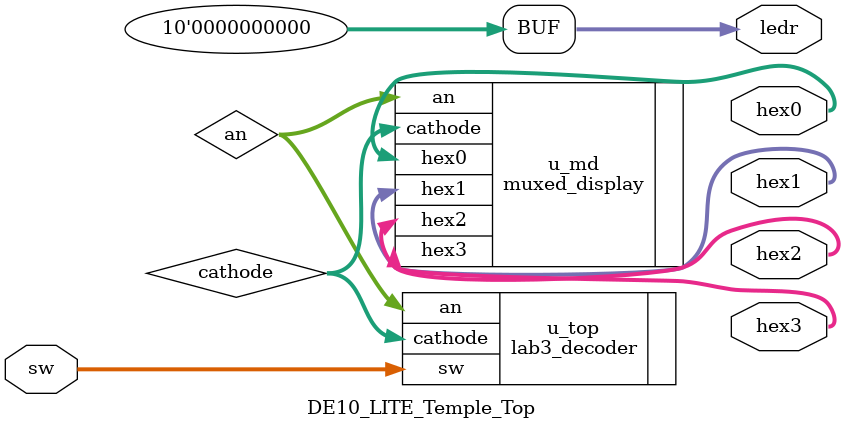
<source format=sv>



`define ENABLE_SW
`define ENABLE_LED
`define ENABLE_HEX0
`define ENABLE_HEX1
`define ENABLE_HEX2
`define ENABLE_HEX3

module DE10_LITE_Temple_Top(

	//////////// SDRAM: 3.3-V LVTTL //////////
`ifdef ENABLE_SDRAM
	output		    [12:0]		dram_addr,
	output		     [1:0]		dram_ba,
	output		          		dram_cas_n,
	output		          		dram_cke,
	output		          		dram_clk,
	output		          		dram_cs_n,
	inout 		    [15:0]		dram_dq,
	output		          		dram_ldqm,
	output		          		dram_ras_n,
	output		          		dram_udqm,
	output		          		dram_we_n,
`endif

	//////////// SEG7: 3.3-V LVTTL //////////
`ifdef ENABLE_HEX0
	output		     [7:0]		hex0,
`endif
`ifdef ENABLE_HEX1
	output		     [7:0]		hex1,
`endif
`ifdef ENABLE_HEX2
	output		     [7:0]		hex2,
`endif
`ifdef ENABLE_HEX3
	output		     [7:0]		hex3,
`endif
`ifdef ENABLE_HEX4
	output		     [7:0]		hex4,
`endif
`ifdef ENABLE_HEX5
	output		     [7:0]		hex5,
`endif

	//////////// KEY: 3.3 V SCHMITT TRIGGER //////////
`ifdef ENABLE_KEY
	input 		     [1:0]		key,
`endif

	//////////// LED: 3.3-V LVTTL //////////
`ifdef ENABLE_LED
	output		     [9:0]		ledr,
`endif

	//////////// VGA: 3.3-V LVTTL //////////
`ifdef ENABLE_VGA
	output		     [3:0]		vga_b,
	output		     [3:0]		vga_g,
	output		          		vga_hs,
	output		     [3:0]		vga_r,
	output		          		vga_vs,
`endif

	//////////// Accelerometer: 3.3-V LVTTL //////////
`ifdef ENABLE_ACCELEROMETER
	output		          		gsensor_cs_n,
	input 		     [2:1]		gsensor_int,
	output		          		gsensor_sclk,
	inout 		          		gsensor_sdi,
	inout 		          		gsensor_sdo,
`endif

	//////////// Arduino: 3.3-V LVTTL //////////
`ifdef ENABLE_ARDUINO
	inout 		    [15:0]		arduino_io,
	inout 		          		arduino_reset_n,
`endif

	//////////// GPIO, GPIO connect to GPIO Default: 3.3-V LVTTL //////////
`ifdef ENABLE_GPIO
	inout 		    [35:0]		gpio,
`endif

	//////////// ADC CLOCK: 3.3-V LVTTL //////////
`ifdef ENABLE_ADC_CLOCK
	input 		          		adc_clk_10,
`endif
	//////////// CLOCK 1: 3.3-V LVTTL //////////
`ifdef ENABLE_CLOCK1
	input 		          		max10_clk1_50,
`endif
	//////////// CLOCK 2: 3.3-V LVTTL //////////
`ifdef ENABLE_CLOCK2
	input 		          		max10_clk2_50,
`endif

	//////////// SW: 3.3-V LVTTL //////////
`ifdef ENABLE_SW
//	input 		     [9:0]		sw
	input 		     [6:0]		sw
`endif
);
	logic [3:0] an;
	logic [6:0] cathode;

	// tie unused LED's low
	assign ledr[9:0] = 10'b0;

	// instantiate top level design here
	lab3_decoder u_top (.sw, .an, .cathode);

	// and instantiate the muxed display module
	muxed_display u_md (.hex3, .hex2, .hex1, .hex0,
		.an, .cathode);

endmodule

</source>
